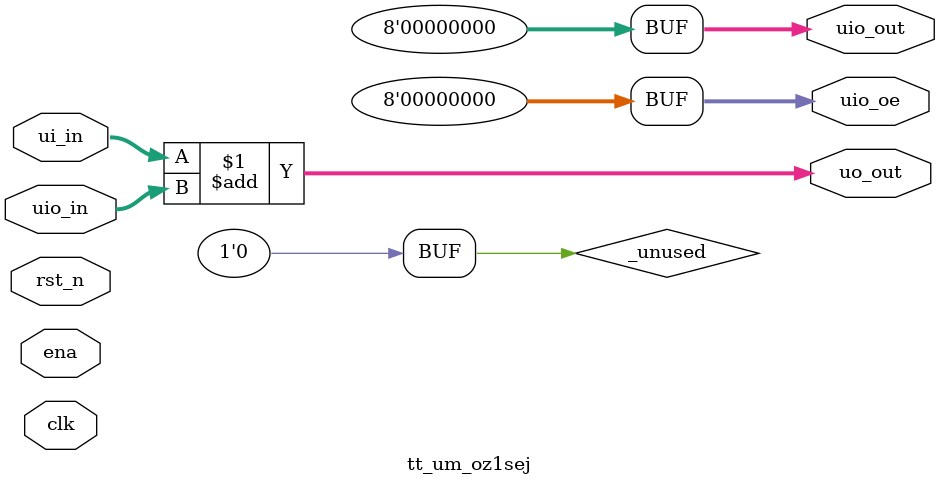
<source format=v>
/*
 * Copyright (c) 2024 Your Name
 * SPDX-License-Identifier: Apache-2.0
 */

`default_nettype none

module tt_um_oz1sej (
    input  wire [7:0] ui_in,    // Dedicated inputs
    output wire [7:0] uo_out,   // Dedicated outputs
    input  wire [7:0] uio_in,   // IOs: Input path
    output wire [7:0] uio_out,  // IOs: Output path
    output wire [7:0] uio_oe,   // IOs: Enable path (active high: 0=input, 1=output)
    input  wire       ena,      // always 1 when the design is powered, so you can ignore it
    input  wire       clk,      // clock
    input  wire       rst_n     // reset_n - low to reset
);

  // All output pins must be assigned. If not used, assign to 0.
  assign uo_out  = ui_in + uio_in;  // Example: ou_out is the sum of ui_in and uio_in
  assign uio_out = 0;
  assign uio_oe  = 0;

  // List all unused inputs to prevent warnings
  wire _unused = &{ena, clk, rst_n, 1'b0};

endmodule

</source>
